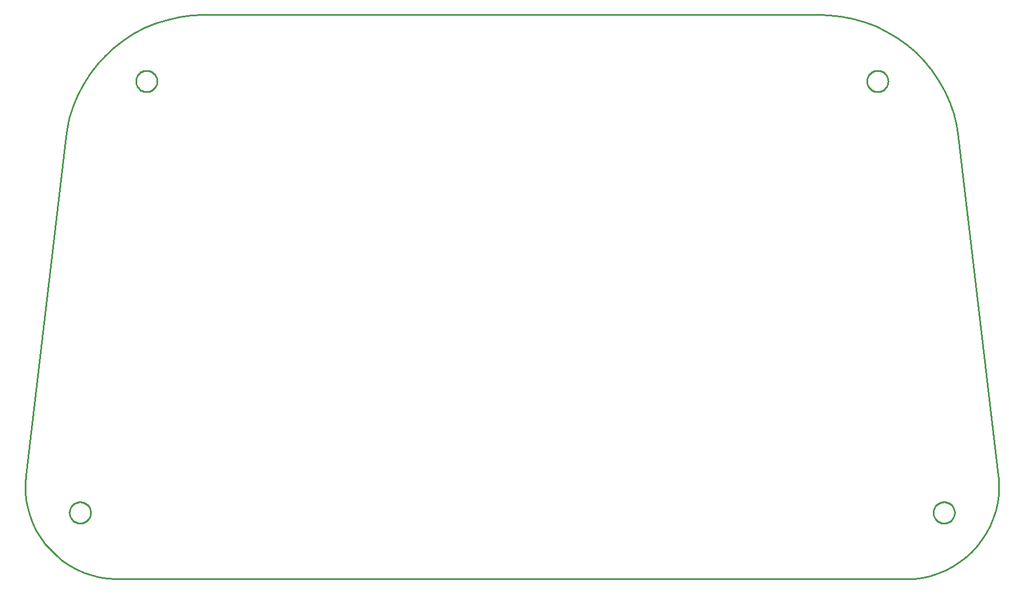
<source format=gbr>
G04 EAGLE Gerber RS-274X export*
G75*
%MOMM*%
%FSLAX34Y34*%
%LPD*%
%IN*%
%IPPOS*%
%AMOC8*
5,1,8,0,0,1.08239X$1,22.5*%
G01*
%ADD10C,0.254000*%


D10*
X-731645Y-278978D02*
X-732539Y-291133D01*
X-732371Y-303319D01*
X-731142Y-315444D01*
X-728860Y-327415D01*
X-725544Y-339143D01*
X-721218Y-350536D01*
X-715916Y-361509D01*
X-709677Y-371979D01*
X-702550Y-381865D01*
X-694588Y-391092D01*
X-685852Y-399590D01*
X-676409Y-407294D01*
X-666331Y-414146D01*
X-655693Y-420093D01*
X-644578Y-425091D01*
X-633069Y-429101D01*
X-621255Y-432093D01*
X-609225Y-434043D01*
X-597071Y-434938D01*
X-592902Y-435000D01*
X592902Y-435000D01*
X605078Y-434468D01*
X617161Y-432878D01*
X629059Y-430240D01*
X640682Y-426575D01*
X651942Y-421911D01*
X662752Y-416284D01*
X673030Y-409736D01*
X682699Y-402317D01*
X691684Y-394083D01*
X699918Y-385098D01*
X707337Y-375429D01*
X713885Y-365150D01*
X719513Y-354340D01*
X724177Y-343081D01*
X727841Y-331458D01*
X730479Y-319559D01*
X732070Y-307476D01*
X732601Y-295301D01*
X732070Y-283125D01*
X731645Y-278978D01*
X671674Y230770D01*
X668761Y248734D01*
X664294Y266375D01*
X658306Y283560D01*
X650844Y300158D01*
X641963Y316042D01*
X631731Y331092D01*
X620227Y345193D01*
X607538Y358237D01*
X593759Y370126D01*
X578998Y380769D01*
X563364Y390084D01*
X546979Y398002D01*
X529965Y404461D01*
X512454Y409413D01*
X494577Y412820D01*
X476472Y414656D01*
X464500Y415000D01*
X-464500Y415000D01*
X-482681Y414206D01*
X-500724Y411831D01*
X-518490Y407892D01*
X-535846Y402420D01*
X-552659Y395456D01*
X-568801Y387053D01*
X-584150Y377275D01*
X-598587Y366196D01*
X-612005Y353902D01*
X-624299Y340485D01*
X-635377Y326047D01*
X-645155Y310699D01*
X-653558Y294557D01*
X-660523Y277744D01*
X-665995Y260388D01*
X-669934Y242621D01*
X-671674Y230771D01*
X-731645Y-278978D01*
X-634000Y-335524D02*
X-634069Y-336569D01*
X-634205Y-337608D01*
X-634410Y-338635D01*
X-634681Y-339647D01*
X-635017Y-340639D01*
X-635418Y-341607D01*
X-635882Y-342546D01*
X-636406Y-343454D01*
X-636988Y-344325D01*
X-637625Y-345156D01*
X-638316Y-345943D01*
X-639057Y-346684D01*
X-639844Y-347375D01*
X-640675Y-348013D01*
X-641546Y-348595D01*
X-642454Y-349118D01*
X-643393Y-349582D01*
X-644361Y-349983D01*
X-645353Y-350319D01*
X-646365Y-350590D01*
X-647392Y-350795D01*
X-648431Y-350932D01*
X-649476Y-351000D01*
X-650524Y-351000D01*
X-651569Y-350932D01*
X-652608Y-350795D01*
X-653635Y-350590D01*
X-654647Y-350319D01*
X-655639Y-349983D01*
X-656607Y-349582D01*
X-657546Y-349118D01*
X-658454Y-348595D01*
X-659325Y-348013D01*
X-660156Y-347375D01*
X-660943Y-346684D01*
X-661684Y-345943D01*
X-662375Y-345156D01*
X-663013Y-344325D01*
X-663595Y-343454D01*
X-664118Y-342546D01*
X-664582Y-341607D01*
X-664983Y-340639D01*
X-665319Y-339647D01*
X-665590Y-338635D01*
X-665795Y-337608D01*
X-665932Y-336569D01*
X-666000Y-335524D01*
X-666000Y-334476D01*
X-665932Y-333431D01*
X-665795Y-332392D01*
X-665590Y-331365D01*
X-665319Y-330353D01*
X-664983Y-329361D01*
X-664582Y-328393D01*
X-664118Y-327454D01*
X-663595Y-326546D01*
X-663013Y-325675D01*
X-662375Y-324844D01*
X-661684Y-324057D01*
X-660943Y-323316D01*
X-660156Y-322625D01*
X-659325Y-321988D01*
X-658454Y-321406D01*
X-657546Y-320882D01*
X-656607Y-320418D01*
X-655639Y-320017D01*
X-654647Y-319681D01*
X-653635Y-319410D01*
X-652608Y-319205D01*
X-651569Y-319069D01*
X-650524Y-319000D01*
X-649476Y-319000D01*
X-648431Y-319069D01*
X-647392Y-319205D01*
X-646365Y-319410D01*
X-645353Y-319681D01*
X-644361Y-320017D01*
X-643393Y-320418D01*
X-642454Y-320882D01*
X-641546Y-321406D01*
X-640675Y-321988D01*
X-639844Y-322625D01*
X-639057Y-323316D01*
X-638316Y-324057D01*
X-637625Y-324844D01*
X-636988Y-325675D01*
X-636406Y-326546D01*
X-635882Y-327454D01*
X-635418Y-328393D01*
X-635017Y-329361D01*
X-634681Y-330353D01*
X-634410Y-331365D01*
X-634205Y-332392D01*
X-634069Y-333431D01*
X-634000Y-334476D01*
X-634000Y-335524D01*
X666000Y-335524D02*
X665932Y-336569D01*
X665795Y-337608D01*
X665590Y-338635D01*
X665319Y-339647D01*
X664983Y-340639D01*
X664582Y-341607D01*
X664118Y-342546D01*
X663595Y-343454D01*
X663013Y-344325D01*
X662375Y-345156D01*
X661684Y-345943D01*
X660943Y-346684D01*
X660156Y-347375D01*
X659325Y-348013D01*
X658454Y-348595D01*
X657546Y-349118D01*
X656607Y-349582D01*
X655639Y-349983D01*
X654647Y-350319D01*
X653635Y-350590D01*
X652608Y-350795D01*
X651569Y-350932D01*
X650524Y-351000D01*
X649476Y-351000D01*
X648431Y-350932D01*
X647392Y-350795D01*
X646365Y-350590D01*
X645353Y-350319D01*
X644361Y-349983D01*
X643393Y-349582D01*
X642454Y-349118D01*
X641546Y-348595D01*
X640675Y-348013D01*
X639844Y-347375D01*
X639057Y-346684D01*
X638316Y-345943D01*
X637625Y-345156D01*
X636988Y-344325D01*
X636406Y-343454D01*
X635882Y-342546D01*
X635418Y-341607D01*
X635017Y-340639D01*
X634681Y-339647D01*
X634410Y-338635D01*
X634205Y-337608D01*
X634069Y-336569D01*
X634000Y-335524D01*
X634000Y-334476D01*
X634069Y-333431D01*
X634205Y-332392D01*
X634410Y-331365D01*
X634681Y-330353D01*
X635017Y-329361D01*
X635418Y-328393D01*
X635882Y-327454D01*
X636406Y-326546D01*
X636988Y-325675D01*
X637625Y-324844D01*
X638316Y-324057D01*
X639057Y-323316D01*
X639844Y-322625D01*
X640675Y-321988D01*
X641546Y-321406D01*
X642454Y-320882D01*
X643393Y-320418D01*
X644361Y-320017D01*
X645353Y-319681D01*
X646365Y-319410D01*
X647392Y-319205D01*
X648431Y-319069D01*
X649476Y-319000D01*
X650524Y-319000D01*
X651569Y-319069D01*
X652608Y-319205D01*
X653635Y-319410D01*
X654647Y-319681D01*
X655639Y-320017D01*
X656607Y-320418D01*
X657546Y-320882D01*
X658454Y-321406D01*
X659325Y-321988D01*
X660156Y-322625D01*
X660943Y-323316D01*
X661684Y-324057D01*
X662375Y-324844D01*
X663013Y-325675D01*
X663595Y-326546D01*
X664118Y-327454D01*
X664582Y-328393D01*
X664983Y-329361D01*
X665319Y-330353D01*
X665590Y-331365D01*
X665795Y-332392D01*
X665932Y-333431D01*
X666000Y-334476D01*
X666000Y-335524D01*
X566000Y314476D02*
X565932Y313431D01*
X565795Y312392D01*
X565590Y311365D01*
X565319Y310353D01*
X564983Y309361D01*
X564582Y308393D01*
X564118Y307454D01*
X563595Y306546D01*
X563013Y305675D01*
X562375Y304844D01*
X561684Y304057D01*
X560943Y303316D01*
X560156Y302625D01*
X559325Y301988D01*
X558454Y301406D01*
X557546Y300882D01*
X556607Y300418D01*
X555639Y300017D01*
X554647Y299681D01*
X553635Y299410D01*
X552608Y299205D01*
X551569Y299069D01*
X550524Y299000D01*
X549476Y299000D01*
X548431Y299069D01*
X547392Y299205D01*
X546365Y299410D01*
X545353Y299681D01*
X544361Y300017D01*
X543393Y300418D01*
X542454Y300882D01*
X541546Y301406D01*
X540675Y301988D01*
X539844Y302625D01*
X539057Y303316D01*
X538316Y304057D01*
X537625Y304844D01*
X536988Y305675D01*
X536406Y306546D01*
X535882Y307454D01*
X535418Y308393D01*
X535017Y309361D01*
X534681Y310353D01*
X534410Y311365D01*
X534205Y312392D01*
X534069Y313431D01*
X534000Y314476D01*
X534000Y315524D01*
X534069Y316569D01*
X534205Y317608D01*
X534410Y318635D01*
X534681Y319647D01*
X535017Y320639D01*
X535418Y321607D01*
X535882Y322546D01*
X536406Y323454D01*
X536988Y324325D01*
X537625Y325156D01*
X538316Y325943D01*
X539057Y326684D01*
X539844Y327375D01*
X540675Y328013D01*
X541546Y328595D01*
X542454Y329118D01*
X543393Y329582D01*
X544361Y329983D01*
X545353Y330319D01*
X546365Y330590D01*
X547392Y330795D01*
X548431Y330932D01*
X549476Y331000D01*
X550524Y331000D01*
X551569Y330932D01*
X552608Y330795D01*
X553635Y330590D01*
X554647Y330319D01*
X555639Y329983D01*
X556607Y329582D01*
X557546Y329118D01*
X558454Y328595D01*
X559325Y328013D01*
X560156Y327375D01*
X560943Y326684D01*
X561684Y325943D01*
X562375Y325156D01*
X563013Y324325D01*
X563595Y323454D01*
X564118Y322546D01*
X564582Y321607D01*
X564983Y320639D01*
X565319Y319647D01*
X565590Y318635D01*
X565795Y317608D01*
X565932Y316569D01*
X566000Y315524D01*
X566000Y314476D01*
X-534000Y314476D02*
X-534069Y313431D01*
X-534205Y312392D01*
X-534410Y311365D01*
X-534681Y310353D01*
X-535017Y309361D01*
X-535418Y308393D01*
X-535882Y307454D01*
X-536406Y306546D01*
X-536988Y305675D01*
X-537625Y304844D01*
X-538316Y304057D01*
X-539057Y303316D01*
X-539844Y302625D01*
X-540675Y301988D01*
X-541546Y301406D01*
X-542454Y300882D01*
X-543393Y300418D01*
X-544361Y300017D01*
X-545353Y299681D01*
X-546365Y299410D01*
X-547392Y299205D01*
X-548431Y299069D01*
X-549476Y299000D01*
X-550524Y299000D01*
X-551569Y299069D01*
X-552608Y299205D01*
X-553635Y299410D01*
X-554647Y299681D01*
X-555639Y300017D01*
X-556607Y300418D01*
X-557546Y300882D01*
X-558454Y301406D01*
X-559325Y301988D01*
X-560156Y302625D01*
X-560943Y303316D01*
X-561684Y304057D01*
X-562375Y304844D01*
X-563013Y305675D01*
X-563595Y306546D01*
X-564118Y307454D01*
X-564582Y308393D01*
X-564983Y309361D01*
X-565319Y310353D01*
X-565590Y311365D01*
X-565795Y312392D01*
X-565932Y313431D01*
X-566000Y314476D01*
X-566000Y315524D01*
X-565932Y316569D01*
X-565795Y317608D01*
X-565590Y318635D01*
X-565319Y319647D01*
X-564983Y320639D01*
X-564582Y321607D01*
X-564118Y322546D01*
X-563595Y323454D01*
X-563013Y324325D01*
X-562375Y325156D01*
X-561684Y325943D01*
X-560943Y326684D01*
X-560156Y327375D01*
X-559325Y328013D01*
X-558454Y328595D01*
X-557546Y329118D01*
X-556607Y329582D01*
X-555639Y329983D01*
X-554647Y330319D01*
X-553635Y330590D01*
X-552608Y330795D01*
X-551569Y330932D01*
X-550524Y331000D01*
X-549476Y331000D01*
X-548431Y330932D01*
X-547392Y330795D01*
X-546365Y330590D01*
X-545353Y330319D01*
X-544361Y329983D01*
X-543393Y329582D01*
X-542454Y329118D01*
X-541546Y328595D01*
X-540675Y328013D01*
X-539844Y327375D01*
X-539057Y326684D01*
X-538316Y325943D01*
X-537625Y325156D01*
X-536988Y324325D01*
X-536406Y323454D01*
X-535882Y322546D01*
X-535418Y321607D01*
X-535017Y320639D01*
X-534681Y319647D01*
X-534410Y318635D01*
X-534205Y317608D01*
X-534069Y316569D01*
X-534000Y315524D01*
X-534000Y314476D01*
M02*

</source>
